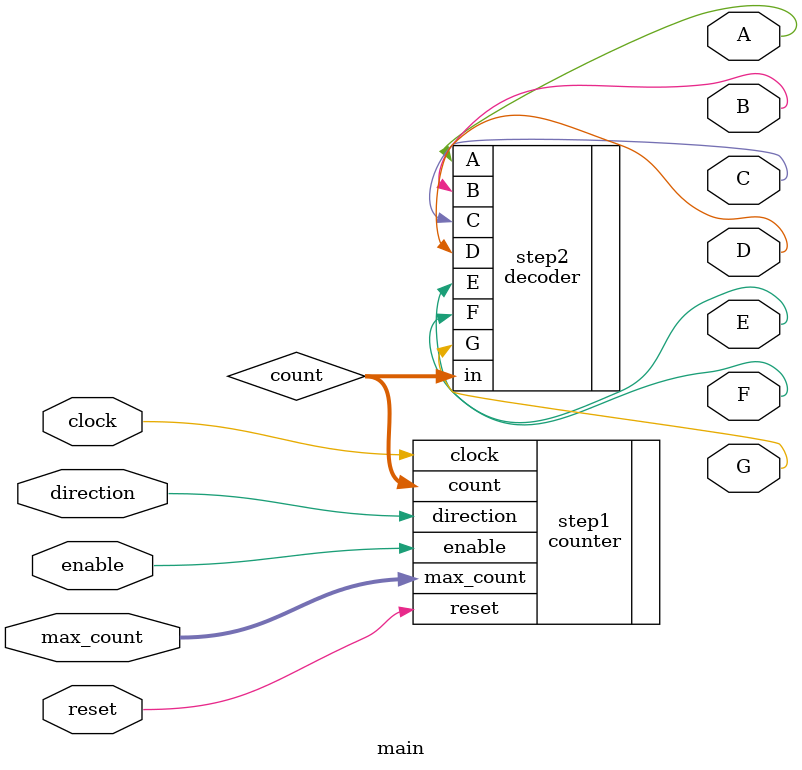
<source format=v>
module main(
	input clock,
	input [2:0] max_count,
	input enable,
	input reset,
	input direction,
	output A,
	output B,
	output C,
	output D,
	output E,
	output F,
	output G
);

wire [2:0] count;

counter step1(
	.clock(clock),
	.max_count(max_count),
	.enable(enable),
	.reset(reset),
	.direction(direction),
	.count(count)
);

decoder step2(
	.in(count),
	.A(A),
	.B(B),
	.C(C),
	.D(D),
	.E(E),
	.F(F),
	.G(G)
);

endmodule
</source>
